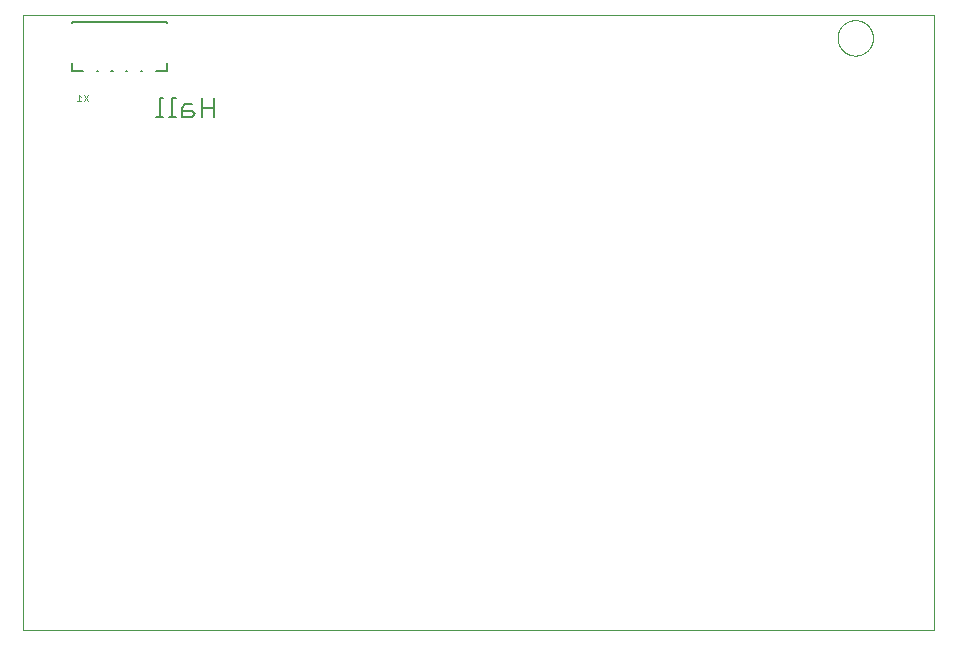
<source format=gbo>
G75*
%MOIN*%
%OFA0B0*%
%FSLAX25Y25*%
%IPPOS*%
%LPD*%
%AMOC8*
5,1,8,0,0,1.08239X$1,22.5*
%
%ADD10C,0.00000*%
%ADD11C,0.00600*%
%ADD12C,0.00400*%
D10*
X0036217Y0028618D02*
X0036217Y0233579D01*
X0339918Y0233579D01*
X0339918Y0028618D01*
X0036217Y0028618D01*
X0307792Y0225862D02*
X0307794Y0226015D01*
X0307800Y0226169D01*
X0307810Y0226322D01*
X0307824Y0226474D01*
X0307842Y0226627D01*
X0307864Y0226778D01*
X0307889Y0226929D01*
X0307919Y0227080D01*
X0307953Y0227230D01*
X0307990Y0227378D01*
X0308031Y0227526D01*
X0308076Y0227672D01*
X0308125Y0227818D01*
X0308178Y0227962D01*
X0308234Y0228104D01*
X0308294Y0228245D01*
X0308358Y0228385D01*
X0308425Y0228523D01*
X0308496Y0228659D01*
X0308571Y0228793D01*
X0308648Y0228925D01*
X0308730Y0229055D01*
X0308814Y0229183D01*
X0308902Y0229309D01*
X0308993Y0229432D01*
X0309087Y0229553D01*
X0309185Y0229671D01*
X0309285Y0229787D01*
X0309389Y0229900D01*
X0309495Y0230011D01*
X0309604Y0230119D01*
X0309716Y0230224D01*
X0309830Y0230325D01*
X0309948Y0230424D01*
X0310067Y0230520D01*
X0310189Y0230613D01*
X0310314Y0230702D01*
X0310441Y0230789D01*
X0310570Y0230871D01*
X0310701Y0230951D01*
X0310834Y0231027D01*
X0310969Y0231100D01*
X0311106Y0231169D01*
X0311245Y0231234D01*
X0311385Y0231296D01*
X0311527Y0231354D01*
X0311670Y0231409D01*
X0311815Y0231460D01*
X0311961Y0231507D01*
X0312108Y0231550D01*
X0312256Y0231589D01*
X0312405Y0231625D01*
X0312555Y0231656D01*
X0312706Y0231684D01*
X0312857Y0231708D01*
X0313010Y0231728D01*
X0313162Y0231744D01*
X0313315Y0231756D01*
X0313468Y0231764D01*
X0313621Y0231768D01*
X0313775Y0231768D01*
X0313928Y0231764D01*
X0314081Y0231756D01*
X0314234Y0231744D01*
X0314386Y0231728D01*
X0314539Y0231708D01*
X0314690Y0231684D01*
X0314841Y0231656D01*
X0314991Y0231625D01*
X0315140Y0231589D01*
X0315288Y0231550D01*
X0315435Y0231507D01*
X0315581Y0231460D01*
X0315726Y0231409D01*
X0315869Y0231354D01*
X0316011Y0231296D01*
X0316151Y0231234D01*
X0316290Y0231169D01*
X0316427Y0231100D01*
X0316562Y0231027D01*
X0316695Y0230951D01*
X0316826Y0230871D01*
X0316955Y0230789D01*
X0317082Y0230702D01*
X0317207Y0230613D01*
X0317329Y0230520D01*
X0317448Y0230424D01*
X0317566Y0230325D01*
X0317680Y0230224D01*
X0317792Y0230119D01*
X0317901Y0230011D01*
X0318007Y0229900D01*
X0318111Y0229787D01*
X0318211Y0229671D01*
X0318309Y0229553D01*
X0318403Y0229432D01*
X0318494Y0229309D01*
X0318582Y0229183D01*
X0318666Y0229055D01*
X0318748Y0228925D01*
X0318825Y0228793D01*
X0318900Y0228659D01*
X0318971Y0228523D01*
X0319038Y0228385D01*
X0319102Y0228245D01*
X0319162Y0228104D01*
X0319218Y0227962D01*
X0319271Y0227818D01*
X0319320Y0227672D01*
X0319365Y0227526D01*
X0319406Y0227378D01*
X0319443Y0227230D01*
X0319477Y0227080D01*
X0319507Y0226929D01*
X0319532Y0226778D01*
X0319554Y0226627D01*
X0319572Y0226474D01*
X0319586Y0226322D01*
X0319596Y0226169D01*
X0319602Y0226015D01*
X0319604Y0225862D01*
X0319602Y0225709D01*
X0319596Y0225555D01*
X0319586Y0225402D01*
X0319572Y0225250D01*
X0319554Y0225097D01*
X0319532Y0224946D01*
X0319507Y0224795D01*
X0319477Y0224644D01*
X0319443Y0224494D01*
X0319406Y0224346D01*
X0319365Y0224198D01*
X0319320Y0224052D01*
X0319271Y0223906D01*
X0319218Y0223762D01*
X0319162Y0223620D01*
X0319102Y0223479D01*
X0319038Y0223339D01*
X0318971Y0223201D01*
X0318900Y0223065D01*
X0318825Y0222931D01*
X0318748Y0222799D01*
X0318666Y0222669D01*
X0318582Y0222541D01*
X0318494Y0222415D01*
X0318403Y0222292D01*
X0318309Y0222171D01*
X0318211Y0222053D01*
X0318111Y0221937D01*
X0318007Y0221824D01*
X0317901Y0221713D01*
X0317792Y0221605D01*
X0317680Y0221500D01*
X0317566Y0221399D01*
X0317448Y0221300D01*
X0317329Y0221204D01*
X0317207Y0221111D01*
X0317082Y0221022D01*
X0316955Y0220935D01*
X0316826Y0220853D01*
X0316695Y0220773D01*
X0316562Y0220697D01*
X0316427Y0220624D01*
X0316290Y0220555D01*
X0316151Y0220490D01*
X0316011Y0220428D01*
X0315869Y0220370D01*
X0315726Y0220315D01*
X0315581Y0220264D01*
X0315435Y0220217D01*
X0315288Y0220174D01*
X0315140Y0220135D01*
X0314991Y0220099D01*
X0314841Y0220068D01*
X0314690Y0220040D01*
X0314539Y0220016D01*
X0314386Y0219996D01*
X0314234Y0219980D01*
X0314081Y0219968D01*
X0313928Y0219960D01*
X0313775Y0219956D01*
X0313621Y0219956D01*
X0313468Y0219960D01*
X0313315Y0219968D01*
X0313162Y0219980D01*
X0313010Y0219996D01*
X0312857Y0220016D01*
X0312706Y0220040D01*
X0312555Y0220068D01*
X0312405Y0220099D01*
X0312256Y0220135D01*
X0312108Y0220174D01*
X0311961Y0220217D01*
X0311815Y0220264D01*
X0311670Y0220315D01*
X0311527Y0220370D01*
X0311385Y0220428D01*
X0311245Y0220490D01*
X0311106Y0220555D01*
X0310969Y0220624D01*
X0310834Y0220697D01*
X0310701Y0220773D01*
X0310570Y0220853D01*
X0310441Y0220935D01*
X0310314Y0221022D01*
X0310189Y0221111D01*
X0310067Y0221204D01*
X0309948Y0221300D01*
X0309830Y0221399D01*
X0309716Y0221500D01*
X0309604Y0221605D01*
X0309495Y0221713D01*
X0309389Y0221824D01*
X0309285Y0221937D01*
X0309185Y0222053D01*
X0309087Y0222171D01*
X0308993Y0222292D01*
X0308902Y0222415D01*
X0308814Y0222541D01*
X0308730Y0222669D01*
X0308648Y0222799D01*
X0308571Y0222931D01*
X0308496Y0223065D01*
X0308425Y0223201D01*
X0308358Y0223339D01*
X0308294Y0223479D01*
X0308234Y0223620D01*
X0308178Y0223762D01*
X0308125Y0223906D01*
X0308076Y0224052D01*
X0308031Y0224198D01*
X0307990Y0224346D01*
X0307953Y0224494D01*
X0307919Y0224644D01*
X0307889Y0224795D01*
X0307864Y0224946D01*
X0307842Y0225097D01*
X0307824Y0225250D01*
X0307810Y0225402D01*
X0307800Y0225555D01*
X0307794Y0225709D01*
X0307792Y0225862D01*
D11*
X0100079Y0205843D02*
X0100079Y0199438D01*
X0100079Y0202641D02*
X0095809Y0202641D01*
X0093634Y0200505D02*
X0092566Y0199438D01*
X0089364Y0199438D01*
X0089364Y0202641D01*
X0090431Y0203708D01*
X0092566Y0203708D01*
X0092566Y0201573D02*
X0089364Y0201573D01*
X0087188Y0199438D02*
X0085053Y0199438D01*
X0086121Y0199438D02*
X0086121Y0205843D01*
X0087188Y0205843D01*
X0082891Y0205843D02*
X0081824Y0205843D01*
X0081824Y0199438D01*
X0082891Y0199438D02*
X0080756Y0199438D01*
X0092566Y0201573D02*
X0093634Y0200505D01*
X0095809Y0199438D02*
X0095809Y0205843D01*
X0084162Y0214681D02*
X0080520Y0214681D01*
X0084162Y0214681D02*
X0084162Y0217535D01*
X0075993Y0214681D02*
X0075599Y0214681D01*
X0071072Y0214681D02*
X0070678Y0214681D01*
X0066150Y0214681D02*
X0065757Y0214681D01*
X0061229Y0214681D02*
X0060835Y0214681D01*
X0056308Y0214681D02*
X0052666Y0214681D01*
X0052666Y0217535D01*
X0052666Y0230724D02*
X0052666Y0231217D01*
X0084162Y0231217D01*
X0084162Y0230724D01*
D12*
X0058018Y0206845D02*
X0056617Y0204743D01*
X0055716Y0204743D02*
X0054315Y0204743D01*
X0055015Y0204743D02*
X0055015Y0206845D01*
X0055716Y0206145D01*
X0056617Y0206845D02*
X0058018Y0204743D01*
M02*

</source>
